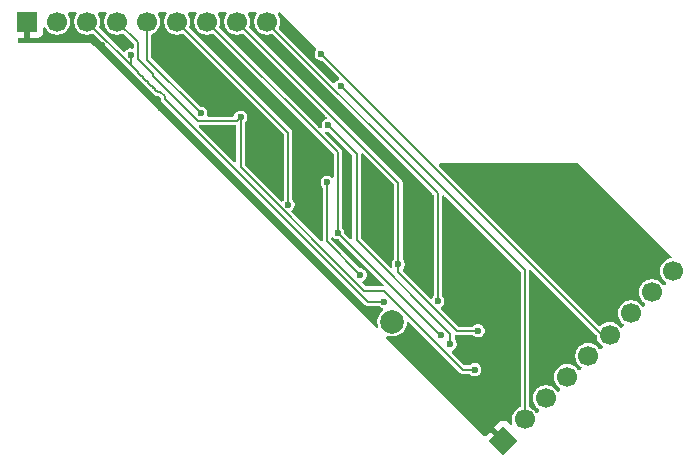
<source format=gbr>
%TF.GenerationSoftware,KiCad,Pcbnew,9.0.2*%
%TF.CreationDate,2025-07-19T22:24:43-05:00*%
%TF.ProjectId,XDS110 onboard prog breakout,58445331-3130-4206-9f6e-626f61726420,rev?*%
%TF.SameCoordinates,Original*%
%TF.FileFunction,Copper,L2,Bot*%
%TF.FilePolarity,Positive*%
%FSLAX46Y46*%
G04 Gerber Fmt 4.6, Leading zero omitted, Abs format (unit mm)*
G04 Created by KiCad (PCBNEW 9.0.2) date 2025-07-19 22:24:43*
%MOMM*%
%LPD*%
G01*
G04 APERTURE LIST*
G04 Aperture macros list*
%AMRotRect*
0 Rectangle, with rotation*
0 The origin of the aperture is its center*
0 $1 length*
0 $2 width*
0 $3 Rotation angle, in degrees counterclockwise*
0 Add horizontal line*
21,1,$1,$2,0,0,$3*%
G04 Aperture macros list end*
%TA.AperFunction,ComponentPad*%
%ADD10RotRect,1.700000X1.700000X135.000000*%
%TD*%
%TA.AperFunction,ComponentPad*%
%ADD11C,1.700000*%
%TD*%
%TA.AperFunction,ComponentPad*%
%ADD12C,2.000000*%
%TD*%
%TA.AperFunction,ComponentPad*%
%ADD13R,1.700000X1.700000*%
%TD*%
%TA.AperFunction,ViaPad*%
%ADD14C,0.600000*%
%TD*%
%TA.AperFunction,Conductor*%
%ADD15C,0.200000*%
%TD*%
G04 APERTURE END LIST*
D10*
%TO.P,J2,1,Pin_1*%
%TO.N,/XDS_GND*%
X127115800Y-129984200D03*
D11*
%TO.P,J2,2,Pin_2*%
%TO.N,/XDS_5v_supply*%
X128911851Y-128188149D03*
%TO.P,J2,3,Pin_3*%
%TO.N,/XDS_3v_supply*%
X130707902Y-126392098D03*
%TO.P,J2,4,Pin_4*%
%TO.N,/XDS_TXD*%
X132503954Y-124596046D03*
%TO.P,J2,5,Pin_5*%
%TO.N,/XDS_RXD*%
X134300005Y-122799995D03*
%TO.P,J2,6,Pin_6*%
%TO.N,/XDS_RESET_OUT*%
X136096056Y-121003944D03*
%TO.P,J2,7,Pin_7*%
%TO.N,/XDS_TMS_SWDIO*%
X137892107Y-119207893D03*
%TO.P,J2,8,Pin_8*%
%TO.N,/XDS_TCK_SWDCLK*%
X139688159Y-117411841D03*
%TO.P,J2,9,Pin_9*%
%TO.N,/XDS_BLS_INVOKE*%
X141484210Y-115615790D03*
%TD*%
D12*
%TO.P,TP16,1,1*%
%TO.N,Net-(D1-K)*%
X117700000Y-119900000D03*
%TD*%
D13*
%TO.P,J1,1,Pin_1*%
%TO.N,/XDS_GND*%
X86800000Y-94500000D03*
D11*
%TO.P,J1,2,Pin_2*%
%TO.N,/XDS_5v_supply*%
X89340000Y-94500000D03*
%TO.P,J1,3,Pin_3*%
%TO.N,/XDS_3v_supply*%
X91879999Y-94500000D03*
%TO.P,J1,4,Pin_4*%
%TO.N,/XDS_TXD*%
X94420000Y-94500000D03*
%TO.P,J1,5,Pin_5*%
%TO.N,/XDS_RXD*%
X96960000Y-94500000D03*
%TO.P,J1,6,Pin_6*%
%TO.N,/XDS_RESET_OUT*%
X99500000Y-94500000D03*
%TO.P,J1,7,Pin_7*%
%TO.N,/XDS_TMS_SWDIO*%
X102040000Y-94500000D03*
%TO.P,J1,8,Pin_8*%
%TO.N,/XDS_TCK_SWDCLK*%
X104580001Y-94500000D03*
%TO.P,J1,9,Pin_9*%
%TO.N,/XDS_BLS_INVOKE*%
X107120000Y-94500000D03*
%TD*%
D14*
%TO.N,/XDS_3v_supply*%
X95550200Y-97318900D03*
X117022900Y-118201100D03*
%TO.N,/XDS_5v_supply*%
X113318400Y-99950800D03*
%TO.N,Net-(D3-A)*%
X112175900Y-108122400D03*
X114995600Y-115933200D03*
%TO.N,/XDS_RESET_OUT*%
X108892900Y-109993900D03*
X111706900Y-97255600D03*
%TO.N,/XDS_TMS_SWDIO*%
X113086500Y-112367800D03*
X121788500Y-120993900D03*
%TO.N,/XDS_BLS_INVOKE*%
X121555000Y-118189100D03*
%TO.N,/XDS_TCK_SWDCLK*%
X124966300Y-120669800D03*
X118218300Y-115030800D03*
%TO.N,/XDS_RXD*%
X112262200Y-103264200D03*
X122621900Y-121810200D03*
X101499500Y-102258700D03*
%TO.N,/XDS_TXD*%
X104853400Y-102591600D03*
X124676500Y-123959400D03*
%TO.N,/XDS_GND*%
X105100000Y-96200000D03*
X139000000Y-114000000D03*
X130800000Y-118400000D03*
X113900000Y-106800000D03*
X109500000Y-100700000D03*
X127500000Y-119700000D03*
X135800000Y-116500000D03*
X126000000Y-107500000D03*
X132750000Y-122050000D03*
X101800000Y-98800000D03*
X107400000Y-98700000D03*
X122800000Y-115900000D03*
X114000000Y-117600000D03*
X98100000Y-101800000D03*
X109600000Y-108300000D03*
X120100000Y-112800000D03*
X112200000Y-98700000D03*
X102800000Y-96300000D03*
X110000000Y-96200000D03*
X132200000Y-120450000D03*
X106500000Y-105900000D03*
X94700000Y-96100000D03*
X98300000Y-95900000D03*
X88600000Y-95900000D03*
X103200000Y-100900000D03*
X124600000Y-122250000D03*
X107400000Y-96200000D03*
X107100000Y-100900000D03*
X121200000Y-123700000D03*
X127100000Y-123800000D03*
X126500000Y-117000000D03*
X135200000Y-118300000D03*
X116400000Y-109400000D03*
X127100000Y-125500000D03*
X93100000Y-96500000D03*
X105100000Y-98700000D03*
X131500000Y-113700000D03*
X130500000Y-123800000D03*
X110400000Y-104300000D03*
X110000000Y-98700000D03*
%TD*%
D15*
%TO.N,/XDS_3v_supply*%
X96628900Y-99248900D02*
X96628900Y-99213700D01*
X97368100Y-99952900D02*
X97332900Y-99952900D01*
X96171300Y-98791300D02*
X96171300Y-98756100D01*
X97262500Y-99847300D02*
X97227300Y-99847300D01*
X117022900Y-118201100D02*
X115616300Y-118201100D01*
X97051300Y-99636100D02*
X97016100Y-99636100D01*
X98055400Y-100445700D02*
X97825700Y-100445700D01*
X96840100Y-99460100D02*
X96840100Y-99424900D01*
X98443100Y-101027900D02*
X98443100Y-100833400D01*
X96417700Y-99037700D02*
X96417700Y-99002500D01*
X97016100Y-99636100D02*
X97016100Y-99600900D01*
X96699300Y-99284100D02*
X96664100Y-99284100D01*
X98443100Y-100833400D02*
X98055400Y-100445700D01*
X96241700Y-98826500D02*
X96206500Y-98826500D01*
X96100900Y-98720900D02*
X91880000Y-94500000D01*
X96276900Y-98861700D02*
X96241700Y-98861700D01*
X97121700Y-99741700D02*
X97121700Y-99706500D01*
X97649700Y-100234500D02*
X97614500Y-100234500D01*
X97332900Y-99952900D02*
X97332900Y-99917700D01*
X96523300Y-99143300D02*
X96523300Y-99108100D01*
X97051300Y-99671300D02*
X97051300Y-99636100D01*
X97825700Y-100445700D02*
X97825700Y-100410500D01*
X96558500Y-99178500D02*
X96558500Y-99143300D01*
X96699300Y-99319300D02*
X96699300Y-99284100D01*
X97755300Y-100375300D02*
X97755300Y-100340100D01*
X97614500Y-100199300D02*
X97579300Y-100199300D01*
X97473700Y-100058500D02*
X97438500Y-100058500D01*
X97508900Y-100128900D02*
X97508900Y-100093700D01*
X96945700Y-99565700D02*
X96945700Y-99530500D01*
X97544100Y-100164100D02*
X97544100Y-100128900D01*
X96734500Y-99319300D02*
X96699300Y-99319300D01*
X97614500Y-100234500D02*
X97614500Y-100199300D01*
X96804900Y-99389700D02*
X96769700Y-99389700D01*
X95550200Y-98135000D02*
X96100900Y-98685700D01*
X96452900Y-99037700D02*
X96417700Y-99037700D01*
X97086500Y-99706500D02*
X97086500Y-99671300D01*
X97720100Y-100304900D02*
X97684900Y-100304900D01*
X96593700Y-99178500D02*
X96558500Y-99178500D01*
X96875300Y-99495300D02*
X96875300Y-99460100D01*
X96840100Y-99424900D02*
X96804900Y-99424900D01*
X97262500Y-99882500D02*
X97262500Y-99847300D01*
X96417700Y-99002500D02*
X96382500Y-99002500D01*
X96276900Y-98896900D02*
X96276900Y-98861700D01*
X97403300Y-100023300D02*
X97403300Y-99988100D01*
X97720100Y-100340100D02*
X97720100Y-100304900D01*
X96664100Y-99248900D02*
X96628900Y-99248900D01*
X96769700Y-99389700D02*
X96769700Y-99354500D01*
X96382500Y-98967300D02*
X96347300Y-98967300D01*
X96382500Y-99002500D02*
X96382500Y-98967300D01*
X97684900Y-100304900D02*
X97684900Y-100269700D01*
X97192100Y-99776900D02*
X97156900Y-99776900D01*
X96804900Y-99424900D02*
X96804900Y-99389700D01*
X97156900Y-99741700D02*
X97121700Y-99741700D01*
X96980900Y-99600900D02*
X96980900Y-99565700D01*
X97297700Y-99917700D02*
X97297700Y-99882500D01*
X97156900Y-99776900D02*
X97156900Y-99741700D01*
X96206500Y-98791300D02*
X96171300Y-98791300D01*
X96593700Y-99213700D02*
X96593700Y-99178500D01*
X96347300Y-98967300D02*
X96347300Y-98932100D01*
X96347300Y-98932100D02*
X96312100Y-98932100D01*
X97192100Y-99812100D02*
X97192100Y-99776900D01*
X96769700Y-99354500D02*
X96734500Y-99354500D01*
X96452900Y-99072900D02*
X96452900Y-99037700D01*
X97684900Y-100269700D02*
X97649700Y-100269700D01*
X96734500Y-99354500D02*
X96734500Y-99319300D01*
X97016100Y-99600900D02*
X96980900Y-99600900D01*
X96312100Y-98896900D02*
X96276900Y-98896900D01*
X95550200Y-97318900D02*
X95550200Y-98135000D01*
X96488100Y-99072900D02*
X96452900Y-99072900D01*
X97544100Y-100128900D02*
X97508900Y-100128900D01*
X96312100Y-98932100D02*
X96312100Y-98896900D01*
X97227300Y-99812100D02*
X97192100Y-99812100D01*
X97086500Y-99671300D02*
X97051300Y-99671300D01*
X97473700Y-100093700D02*
X97473700Y-100058500D01*
X96136100Y-98756100D02*
X96136100Y-98720900D01*
X97825700Y-100410500D02*
X97790500Y-100410500D01*
X96910500Y-99530500D02*
X96910500Y-99495300D01*
X97227300Y-99847300D02*
X97227300Y-99812100D01*
X97649700Y-100269700D02*
X97649700Y-100234500D01*
X96875300Y-99460100D02*
X96840100Y-99460100D01*
X97508900Y-100093700D02*
X97473700Y-100093700D01*
X96136100Y-98720900D02*
X96100900Y-98720900D01*
X97297700Y-99882500D02*
X97262500Y-99882500D01*
X96100900Y-98685700D02*
X96100900Y-98720900D01*
X97121700Y-99706500D02*
X97086500Y-99706500D01*
X97368100Y-99988100D02*
X97368100Y-99952900D01*
X96558500Y-99143300D02*
X96523300Y-99143300D01*
X97790500Y-100410500D02*
X97790500Y-100375300D01*
X97755300Y-100340100D02*
X97720100Y-100340100D01*
X97790500Y-100375300D02*
X97755300Y-100375300D01*
X97438500Y-100058500D02*
X97438500Y-100023300D01*
X96945700Y-99530500D02*
X96910500Y-99530500D01*
X96910500Y-99495300D02*
X96875300Y-99495300D01*
X96523300Y-99108100D02*
X96488100Y-99108100D01*
X96628900Y-99213700D02*
X96593700Y-99213700D01*
X97579300Y-100164100D02*
X97544100Y-100164100D01*
X96488100Y-99108100D02*
X96488100Y-99072900D01*
X97403300Y-99988100D02*
X97368100Y-99988100D01*
X97579300Y-100199300D02*
X97579300Y-100164100D01*
X115616300Y-118201100D02*
X98443100Y-101027900D01*
X96241700Y-98861700D02*
X96241700Y-98826500D01*
X96171300Y-98756100D02*
X96136100Y-98756100D01*
X97438500Y-100023300D02*
X97403300Y-100023300D01*
X96206500Y-98826500D02*
X96206500Y-98791300D01*
X96664100Y-99284100D02*
X96664100Y-99248900D01*
X96980900Y-99565700D02*
X96945700Y-99565700D01*
X97332900Y-99917700D02*
X97297700Y-99917700D01*
%TO.N,/XDS_5v_supply*%
X128911900Y-128188100D02*
X128911900Y-115544300D01*
X128911900Y-115544300D02*
X113318400Y-99950800D01*
%TO.N,Net-(D3-A)*%
X112175900Y-113113500D02*
X114995600Y-115933200D01*
X112175900Y-108122400D02*
X112175900Y-113113500D01*
%TO.N,/XDS_RESET_OUT*%
X108892800Y-103892800D02*
X108892800Y-109993900D01*
X99500000Y-94500000D02*
X108892800Y-103892800D01*
X108892800Y-109993900D02*
X108892900Y-109993900D01*
X135455200Y-121003900D02*
X136096100Y-121003900D01*
X111706900Y-97255600D02*
X135455200Y-121003900D01*
%TO.N,/XDS_TMS_SWDIO*%
X113086700Y-112367600D02*
X113086500Y-112367800D01*
X113086700Y-112367600D02*
X121713000Y-120993900D01*
X113086700Y-105546700D02*
X113086700Y-112367600D01*
X121713000Y-120993900D02*
X121788500Y-120993900D01*
X102040000Y-94500000D02*
X113086700Y-105546700D01*
%TO.N,/XDS_BLS_INVOKE*%
X107120000Y-94604800D02*
X121555000Y-109039800D01*
X107120000Y-94500000D02*
X107120000Y-94604800D01*
X121555000Y-109039800D02*
X121555000Y-118189100D01*
%TO.N,/XDS_TCK_SWDCLK*%
X118218300Y-108138300D02*
X118218300Y-115030800D01*
X123151500Y-120669800D02*
X118218300Y-115736600D01*
X104580000Y-94500000D02*
X118218300Y-108138300D01*
X118218300Y-115736600D02*
X118218300Y-115030800D01*
X124966300Y-120669800D02*
X123151500Y-120669800D01*
%TO.N,/XDS_RXD*%
X101499500Y-102258700D02*
X96960000Y-97719200D01*
X114682000Y-105684000D02*
X112262200Y-103264200D01*
X122621900Y-120938200D02*
X114682000Y-112998300D01*
X122621900Y-121810200D02*
X122621900Y-120938200D01*
X96960000Y-97719200D02*
X96960000Y-94500000D01*
X114682000Y-112998300D02*
X114682000Y-105684000D01*
%TO.N,/XDS_TXD*%
X104557600Y-102887400D02*
X101233000Y-102887400D01*
X116997100Y-117278400D02*
X115326200Y-117278400D01*
X104853400Y-102591600D02*
X104557600Y-102887400D01*
X104853400Y-106805600D02*
X104853400Y-102591600D01*
X115326200Y-117278400D02*
X104853400Y-106805600D01*
X124676500Y-123959400D02*
X123678100Y-123959400D01*
X123678100Y-123959400D02*
X116997100Y-117278400D01*
X97451400Y-98935300D02*
X96173300Y-97657200D01*
X96173300Y-97657200D02*
X96173300Y-96253300D01*
X97451400Y-99105800D02*
X97451400Y-98935300D01*
X96173300Y-96253300D02*
X94420000Y-94500000D01*
X101233000Y-102887400D02*
X97451400Y-99105800D01*
%TD*%
%TA.AperFunction,Conductor*%
%TO.N,/XDS_GND*%
G36*
X122110703Y-109239231D02*
G01*
X122117181Y-109245263D01*
X128525081Y-115653163D01*
X128558566Y-115714486D01*
X128561400Y-115740844D01*
X128561400Y-127055605D01*
X128541715Y-127122644D01*
X128493695Y-127166090D01*
X128335062Y-127246917D01*
X128259598Y-127301746D01*
X128194923Y-127348735D01*
X128194921Y-127348737D01*
X128194920Y-127348737D01*
X128072439Y-127471218D01*
X128072439Y-127471219D01*
X128072437Y-127471221D01*
X128028710Y-127531405D01*
X127970619Y-127611360D01*
X127891979Y-127765701D01*
X127838448Y-127930451D01*
X127811351Y-128101538D01*
X127811351Y-128274759D01*
X127838448Y-128445846D01*
X127848172Y-128475773D01*
X127850167Y-128545614D01*
X127814087Y-128605447D01*
X127751386Y-128636275D01*
X127681972Y-128628310D01*
X127642560Y-128601772D01*
X127435532Y-128394744D01*
X127388897Y-128357164D01*
X127258118Y-128297438D01*
X127258113Y-128297437D01*
X127115800Y-128276977D01*
X126973486Y-128297437D01*
X126973481Y-128297438D01*
X126842702Y-128357164D01*
X126796067Y-128394744D01*
X126796063Y-128394748D01*
X126337983Y-128852829D01*
X126986391Y-129501237D01*
X126922807Y-129518275D01*
X126808793Y-129584101D01*
X126715701Y-129677193D01*
X126649875Y-129791207D01*
X126632837Y-129854791D01*
X125984429Y-129206383D01*
X125636994Y-129553818D01*
X125575671Y-129587303D01*
X125505979Y-129582319D01*
X125461632Y-129553818D01*
X117210013Y-121302199D01*
X117176528Y-121240876D01*
X117181512Y-121171184D01*
X117223384Y-121115251D01*
X117288848Y-121090834D01*
X117336011Y-121096586D01*
X117367198Y-121106720D01*
X117407173Y-121119709D01*
X117601578Y-121150500D01*
X117601583Y-121150500D01*
X117798422Y-121150500D01*
X117992826Y-121119709D01*
X118021765Y-121110306D01*
X118180025Y-121058884D01*
X118355405Y-120969524D01*
X118514646Y-120853828D01*
X118653828Y-120714646D01*
X118769524Y-120555405D01*
X118858884Y-120380025D01*
X118919709Y-120192826D01*
X118949474Y-120004893D01*
X118979403Y-119941759D01*
X119038714Y-119904827D01*
X119108577Y-119905825D01*
X119159628Y-119936610D01*
X123462888Y-124239870D01*
X123542812Y-124286014D01*
X123631956Y-124309900D01*
X123724244Y-124309900D01*
X124197114Y-124309900D01*
X124264153Y-124329585D01*
X124284795Y-124346219D01*
X124338485Y-124399909D01*
X124338486Y-124399910D01*
X124338488Y-124399911D01*
X124464011Y-124472382D01*
X124464012Y-124472382D01*
X124464015Y-124472384D01*
X124604025Y-124509900D01*
X124604028Y-124509900D01*
X124748972Y-124509900D01*
X124748975Y-124509900D01*
X124888985Y-124472384D01*
X125014515Y-124399909D01*
X125117009Y-124297415D01*
X125189484Y-124171885D01*
X125227000Y-124031875D01*
X125227000Y-123886925D01*
X125189484Y-123746915D01*
X125136309Y-123654814D01*
X125117011Y-123621388D01*
X125117006Y-123621382D01*
X125014517Y-123518893D01*
X125014511Y-123518888D01*
X124888988Y-123446417D01*
X124888989Y-123446417D01*
X124877506Y-123443340D01*
X124748975Y-123408900D01*
X124604025Y-123408900D01*
X124475493Y-123443340D01*
X124464011Y-123446417D01*
X124338488Y-123518888D01*
X124338482Y-123518893D01*
X124284795Y-123572581D01*
X124223472Y-123606066D01*
X124197114Y-123608900D01*
X123874644Y-123608900D01*
X123807605Y-123589215D01*
X123786963Y-123572581D01*
X122752159Y-122537777D01*
X122718674Y-122476454D01*
X122723658Y-122406762D01*
X122765530Y-122350829D01*
X122807743Y-122330322D01*
X122834385Y-122323184D01*
X122959915Y-122250709D01*
X123062409Y-122148215D01*
X123134884Y-122022685D01*
X123172400Y-121882675D01*
X123172400Y-121737725D01*
X123134884Y-121597715D01*
X123104102Y-121544400D01*
X123062411Y-121472188D01*
X123062406Y-121472182D01*
X123008719Y-121418495D01*
X122994015Y-121391567D01*
X122977423Y-121365749D01*
X122976531Y-121359548D01*
X122975234Y-121357172D01*
X122972400Y-121330814D01*
X122972400Y-121144190D01*
X122992085Y-121077151D01*
X123044889Y-121031396D01*
X123097229Y-121023579D01*
X123097229Y-121020300D01*
X123105356Y-121020300D01*
X124486914Y-121020300D01*
X124553953Y-121039985D01*
X124574595Y-121056619D01*
X124628285Y-121110309D01*
X124628286Y-121110310D01*
X124628288Y-121110311D01*
X124753811Y-121182782D01*
X124753812Y-121182782D01*
X124753815Y-121182784D01*
X124893825Y-121220300D01*
X124893828Y-121220300D01*
X125038772Y-121220300D01*
X125038775Y-121220300D01*
X125178785Y-121182784D01*
X125304315Y-121110309D01*
X125406809Y-121007815D01*
X125479284Y-120882285D01*
X125516800Y-120742275D01*
X125516800Y-120597325D01*
X125479284Y-120457315D01*
X125455733Y-120416524D01*
X125406811Y-120331788D01*
X125406806Y-120331782D01*
X125304317Y-120229293D01*
X125304311Y-120229288D01*
X125178788Y-120156817D01*
X125178789Y-120156817D01*
X125129272Y-120143549D01*
X125038775Y-120119300D01*
X124893825Y-120119300D01*
X124803328Y-120143549D01*
X124753811Y-120156817D01*
X124628288Y-120229288D01*
X124628282Y-120229293D01*
X124574595Y-120282981D01*
X124513272Y-120316466D01*
X124486914Y-120319300D01*
X123348043Y-120319300D01*
X123281004Y-120299615D01*
X123260362Y-120282981D01*
X121825951Y-118848569D01*
X121792466Y-118787246D01*
X121797450Y-118717554D01*
X121839322Y-118661621D01*
X121851621Y-118653507D01*
X121893015Y-118629609D01*
X121995509Y-118527115D01*
X122067984Y-118401585D01*
X122105500Y-118261575D01*
X122105500Y-118116625D01*
X122067984Y-117976615D01*
X122054872Y-117953905D01*
X121995511Y-117851088D01*
X121995506Y-117851082D01*
X121941819Y-117797395D01*
X121908334Y-117736072D01*
X121905500Y-117709714D01*
X121905500Y-109332944D01*
X121925185Y-109265905D01*
X121977989Y-109220150D01*
X122047147Y-109210206D01*
X122110703Y-109239231D01*
G37*
%TD.AperFunction*%
%TA.AperFunction,Conductor*%
G36*
X129467603Y-115512431D02*
G01*
X129474081Y-115518463D01*
X134959237Y-121003619D01*
X134992722Y-121064942D01*
X134994954Y-121085709D01*
X134995173Y-121085692D01*
X134995555Y-121090552D01*
X135022154Y-121258491D01*
X135022654Y-121261645D01*
X135076183Y-121426389D01*
X135154824Y-121580732D01*
X135256642Y-121720872D01*
X135379128Y-121843358D01*
X135475797Y-121913592D01*
X135487212Y-121928396D01*
X135502179Y-121939600D01*
X135508106Y-121955490D01*
X135518463Y-121968922D01*
X135520062Y-121987547D01*
X135526596Y-122005064D01*
X135522990Y-122021637D01*
X135524442Y-122038535D01*
X135515718Y-122055068D01*
X135511744Y-122073337D01*
X135492550Y-122098976D01*
X135491836Y-122100330D01*
X135490593Y-122101591D01*
X135397652Y-122194532D01*
X135336329Y-122228017D01*
X135266637Y-122223033D01*
X135210704Y-122181161D01*
X135209653Y-122179736D01*
X135152877Y-122101591D01*
X135139419Y-122083067D01*
X135016933Y-121960581D01*
X134876793Y-121858763D01*
X134722450Y-121780122D01*
X134557706Y-121726593D01*
X134557704Y-121726592D01*
X134557703Y-121726592D01*
X134426276Y-121705776D01*
X134386616Y-121699495D01*
X134213394Y-121699495D01*
X134173733Y-121705776D01*
X134042307Y-121726592D01*
X133877557Y-121780123D01*
X133723216Y-121858763D01*
X133647752Y-121913592D01*
X133583077Y-121960581D01*
X133583075Y-121960583D01*
X133583074Y-121960583D01*
X133460593Y-122083064D01*
X133460593Y-122083065D01*
X133460591Y-122083067D01*
X133416864Y-122143251D01*
X133358773Y-122223206D01*
X133280133Y-122377547D01*
X133226602Y-122542297D01*
X133199505Y-122713384D01*
X133199505Y-122886606D01*
X133226603Y-123057696D01*
X133280132Y-123222440D01*
X133358773Y-123376783D01*
X133460591Y-123516923D01*
X133583077Y-123639409D01*
X133679746Y-123709643D01*
X133691161Y-123724447D01*
X133706128Y-123735651D01*
X133712055Y-123751541D01*
X133722412Y-123764973D01*
X133724011Y-123783598D01*
X133730545Y-123801115D01*
X133726939Y-123817688D01*
X133728391Y-123834586D01*
X133719667Y-123851119D01*
X133715693Y-123869388D01*
X133696499Y-123895027D01*
X133695785Y-123896381D01*
X133694542Y-123897642D01*
X133601601Y-123990583D01*
X133540278Y-124024068D01*
X133470586Y-124019084D01*
X133414653Y-123977212D01*
X133413602Y-123975787D01*
X133356826Y-123897642D01*
X133343368Y-123879118D01*
X133220882Y-123756632D01*
X133080742Y-123654814D01*
X132926399Y-123576173D01*
X132761655Y-123522644D01*
X132761653Y-123522643D01*
X132761652Y-123522643D01*
X132630225Y-123501827D01*
X132590565Y-123495546D01*
X132417343Y-123495546D01*
X132377682Y-123501827D01*
X132246256Y-123522643D01*
X132081506Y-123576174D01*
X131927165Y-123654814D01*
X131851701Y-123709643D01*
X131787026Y-123756632D01*
X131787024Y-123756634D01*
X131787023Y-123756634D01*
X131664542Y-123879115D01*
X131664542Y-123879116D01*
X131664540Y-123879118D01*
X131620813Y-123939302D01*
X131562722Y-124019257D01*
X131484082Y-124173598D01*
X131430551Y-124338348D01*
X131420801Y-124399909D01*
X131403454Y-124509435D01*
X131403454Y-124682657D01*
X131430552Y-124853747D01*
X131484081Y-125018491D01*
X131562722Y-125172834D01*
X131664540Y-125312974D01*
X131787026Y-125435460D01*
X131883695Y-125505694D01*
X131895110Y-125520498D01*
X131910077Y-125531702D01*
X131916004Y-125547592D01*
X131926361Y-125561024D01*
X131927960Y-125579649D01*
X131934494Y-125597166D01*
X131930888Y-125613739D01*
X131932340Y-125630637D01*
X131923616Y-125647170D01*
X131919642Y-125665439D01*
X131900448Y-125691078D01*
X131899734Y-125692432D01*
X131898491Y-125693693D01*
X131805549Y-125786635D01*
X131744226Y-125820120D01*
X131674534Y-125815136D01*
X131618601Y-125773264D01*
X131617550Y-125771839D01*
X131559857Y-125692432D01*
X131547316Y-125675170D01*
X131424830Y-125552684D01*
X131284690Y-125450866D01*
X131130347Y-125372225D01*
X130965603Y-125318696D01*
X130965601Y-125318695D01*
X130965600Y-125318695D01*
X130834173Y-125297879D01*
X130794513Y-125291598D01*
X130621291Y-125291598D01*
X130581630Y-125297879D01*
X130450204Y-125318695D01*
X130285454Y-125372226D01*
X130131113Y-125450866D01*
X130055650Y-125505694D01*
X129990974Y-125552684D01*
X129990972Y-125552686D01*
X129990971Y-125552686D01*
X129868490Y-125675167D01*
X129868490Y-125675168D01*
X129868488Y-125675170D01*
X129824761Y-125735354D01*
X129766670Y-125815309D01*
X129688030Y-125969650D01*
X129634499Y-126134400D01*
X129607402Y-126305487D01*
X129607402Y-126478709D01*
X129634500Y-126649799D01*
X129688029Y-126814543D01*
X129766670Y-126968886D01*
X129868488Y-127109026D01*
X129990974Y-127231512D01*
X130087643Y-127301746D01*
X130099058Y-127316550D01*
X130114025Y-127327754D01*
X130119952Y-127343644D01*
X130130309Y-127357076D01*
X130131908Y-127375701D01*
X130138442Y-127393218D01*
X130134836Y-127409791D01*
X130136288Y-127426689D01*
X130127564Y-127443222D01*
X130123590Y-127461491D01*
X130104396Y-127487130D01*
X130103682Y-127488484D01*
X130102439Y-127489745D01*
X130009498Y-127582686D01*
X129948175Y-127616171D01*
X129878483Y-127611187D01*
X129822550Y-127569315D01*
X129821499Y-127567890D01*
X129764723Y-127489745D01*
X129751265Y-127471221D01*
X129628779Y-127348735D01*
X129488639Y-127246917D01*
X129458399Y-127231509D01*
X129330105Y-127166140D01*
X129279309Y-127118165D01*
X129262400Y-127055655D01*
X129262400Y-115606144D01*
X129282085Y-115539105D01*
X129334889Y-115493350D01*
X129404047Y-115483406D01*
X129467603Y-115512431D01*
G37*
%TD.AperFunction*%
%TA.AperFunction,Conductor*%
G36*
X133508363Y-106520185D02*
G01*
X133529005Y-106536819D01*
X141320368Y-114328182D01*
X141353853Y-114389505D01*
X141348869Y-114459197D01*
X141306997Y-114515130D01*
X141252089Y-114538336D01*
X141226509Y-114542388D01*
X141061762Y-114595918D01*
X140907421Y-114674558D01*
X140827466Y-114732649D01*
X140767282Y-114776376D01*
X140767280Y-114776378D01*
X140767279Y-114776378D01*
X140644798Y-114898859D01*
X140644798Y-114898860D01*
X140644796Y-114898862D01*
X140601593Y-114958325D01*
X140542978Y-115039001D01*
X140464338Y-115193342D01*
X140410807Y-115358092D01*
X140386718Y-115510186D01*
X140383710Y-115529179D01*
X140383710Y-115702401D01*
X140410808Y-115873491D01*
X140464337Y-116038235D01*
X140542978Y-116192578D01*
X140644796Y-116332718D01*
X140767282Y-116455204D01*
X140863951Y-116525438D01*
X140875366Y-116540242D01*
X140890333Y-116551446D01*
X140896260Y-116567336D01*
X140906617Y-116580768D01*
X140908216Y-116599393D01*
X140914750Y-116616910D01*
X140911144Y-116633483D01*
X140912596Y-116650381D01*
X140903872Y-116666914D01*
X140899898Y-116685183D01*
X140880704Y-116710822D01*
X140879990Y-116712176D01*
X140878747Y-116713437D01*
X140785806Y-116806378D01*
X140724483Y-116839863D01*
X140654791Y-116834879D01*
X140598858Y-116793007D01*
X140597807Y-116791582D01*
X140587606Y-116777542D01*
X140527573Y-116694913D01*
X140405087Y-116572427D01*
X140264947Y-116470609D01*
X140110604Y-116391968D01*
X139945860Y-116338439D01*
X139945858Y-116338438D01*
X139945857Y-116338438D01*
X139814430Y-116317622D01*
X139774770Y-116311341D01*
X139601548Y-116311341D01*
X139561887Y-116317622D01*
X139430461Y-116338438D01*
X139265711Y-116391969D01*
X139111370Y-116470609D01*
X139058002Y-116509384D01*
X138971231Y-116572427D01*
X138971229Y-116572429D01*
X138971228Y-116572429D01*
X138848747Y-116694910D01*
X138848747Y-116694911D01*
X138848745Y-116694913D01*
X138805018Y-116755097D01*
X138746927Y-116835052D01*
X138668287Y-116989393D01*
X138614756Y-117154143D01*
X138587659Y-117325230D01*
X138587659Y-117498451D01*
X138614327Y-117666831D01*
X138614757Y-117669542D01*
X138668286Y-117834286D01*
X138746927Y-117988629D01*
X138848745Y-118128769D01*
X138971231Y-118251255D01*
X139067900Y-118321489D01*
X139079315Y-118336293D01*
X139094282Y-118347497D01*
X139100209Y-118363387D01*
X139110566Y-118376819D01*
X139112165Y-118395444D01*
X139118699Y-118412961D01*
X139115093Y-118429534D01*
X139116545Y-118446432D01*
X139107821Y-118462965D01*
X139103847Y-118481234D01*
X139084653Y-118506873D01*
X139083939Y-118508227D01*
X139082696Y-118509488D01*
X138989754Y-118602430D01*
X138928431Y-118635915D01*
X138858739Y-118630931D01*
X138802806Y-118589059D01*
X138801755Y-118587634D01*
X138758218Y-118527711D01*
X138731521Y-118490965D01*
X138609035Y-118368479D01*
X138468895Y-118266661D01*
X138314552Y-118188020D01*
X138149808Y-118134491D01*
X138149806Y-118134490D01*
X138149805Y-118134490D01*
X138018378Y-118113674D01*
X137978718Y-118107393D01*
X137805496Y-118107393D01*
X137765835Y-118113674D01*
X137634409Y-118134490D01*
X137469659Y-118188021D01*
X137315318Y-118266661D01*
X137239855Y-118321489D01*
X137175179Y-118368479D01*
X137175177Y-118368481D01*
X137175176Y-118368481D01*
X137052695Y-118490962D01*
X137052695Y-118490963D01*
X137052693Y-118490965D01*
X137025995Y-118527712D01*
X136950875Y-118631104D01*
X136872235Y-118785445D01*
X136818704Y-118950195D01*
X136791607Y-119121282D01*
X136791607Y-119294503D01*
X136811479Y-119419975D01*
X136818705Y-119465594D01*
X136872234Y-119630338D01*
X136950875Y-119784681D01*
X137052693Y-119924821D01*
X137175179Y-120047307D01*
X137271848Y-120117541D01*
X137283263Y-120132345D01*
X137298230Y-120143549D01*
X137304157Y-120159439D01*
X137314514Y-120172871D01*
X137316113Y-120191496D01*
X137322647Y-120209013D01*
X137319041Y-120225586D01*
X137320493Y-120242484D01*
X137311769Y-120259017D01*
X137307795Y-120277286D01*
X137288601Y-120302925D01*
X137287887Y-120304279D01*
X137286644Y-120305540D01*
X137193703Y-120398481D01*
X137132380Y-120431966D01*
X137062688Y-120426982D01*
X137006755Y-120385110D01*
X137005704Y-120383685D01*
X136967996Y-120331785D01*
X136935470Y-120287016D01*
X136812984Y-120164530D01*
X136672844Y-120062712D01*
X136518501Y-119984071D01*
X136353757Y-119930542D01*
X136353755Y-119930541D01*
X136353754Y-119930541D01*
X136222327Y-119909725D01*
X136182667Y-119903444D01*
X136009445Y-119903444D01*
X135969784Y-119909725D01*
X135838358Y-119930541D01*
X135673608Y-119984072D01*
X135519267Y-120062712D01*
X135443803Y-120117541D01*
X135379128Y-120164530D01*
X135379126Y-120164532D01*
X135379124Y-120164533D01*
X135332998Y-120210658D01*
X135271675Y-120244142D01*
X135201983Y-120239156D01*
X135157638Y-120210656D01*
X121659163Y-106712181D01*
X121625678Y-106650858D01*
X121630662Y-106581166D01*
X121672534Y-106525233D01*
X121737998Y-106500816D01*
X121746844Y-106500500D01*
X133441324Y-106500500D01*
X133508363Y-106520185D01*
G37*
%TD.AperFunction*%
%TA.AperFunction,Conductor*%
G36*
X90924252Y-93720185D02*
G01*
X90970007Y-93772989D01*
X90979951Y-93842147D01*
X90957531Y-93897386D01*
X90938767Y-93923211D01*
X90860127Y-94077552D01*
X90806596Y-94242302D01*
X90796348Y-94307007D01*
X90779499Y-94413389D01*
X90779499Y-94586611D01*
X90806597Y-94757701D01*
X90860126Y-94922445D01*
X90938767Y-95076788D01*
X91040585Y-95216928D01*
X91163071Y-95339414D01*
X91303211Y-95441232D01*
X91457554Y-95519873D01*
X91622298Y-95573402D01*
X91793388Y-95600500D01*
X91793389Y-95600500D01*
X91966609Y-95600500D01*
X91966610Y-95600500D01*
X92137700Y-95573402D01*
X92302444Y-95519873D01*
X92302453Y-95519868D01*
X92306969Y-95518401D01*
X92376810Y-95516406D01*
X92432969Y-95548651D01*
X95892753Y-99008435D01*
X95892759Y-99008440D01*
X95926031Y-99041712D01*
X95961231Y-99076912D01*
X95996431Y-99112112D01*
X96031631Y-99147312D01*
X96066831Y-99182512D01*
X96102031Y-99217712D01*
X96137231Y-99252912D01*
X96172431Y-99288112D01*
X96207631Y-99323312D01*
X96242831Y-99358512D01*
X96278031Y-99393712D01*
X96313231Y-99428912D01*
X96348431Y-99464112D01*
X96383631Y-99499312D01*
X96418831Y-99534512D01*
X96454031Y-99569712D01*
X96489231Y-99604912D01*
X96524431Y-99640112D01*
X96559631Y-99675312D01*
X96594831Y-99710512D01*
X96630031Y-99745712D01*
X96665231Y-99780912D01*
X96700431Y-99816112D01*
X96735631Y-99851312D01*
X96770831Y-99886512D01*
X96806031Y-99921712D01*
X96841231Y-99956912D01*
X96876431Y-99992112D01*
X96911631Y-100027312D01*
X96946831Y-100062512D01*
X96982031Y-100097712D01*
X97017231Y-100132912D01*
X97052431Y-100168112D01*
X97087631Y-100203312D01*
X97122831Y-100238512D01*
X97158031Y-100273712D01*
X97193231Y-100308912D01*
X97228431Y-100344112D01*
X97263631Y-100379312D01*
X97298831Y-100414512D01*
X97334031Y-100449712D01*
X97369231Y-100484912D01*
X97404431Y-100520112D01*
X97439631Y-100555312D01*
X97474831Y-100590512D01*
X97510031Y-100625712D01*
X97545231Y-100660912D01*
X97610488Y-100726169D01*
X97610491Y-100726170D01*
X97610494Y-100726173D01*
X97690406Y-100772311D01*
X97690407Y-100772311D01*
X97690412Y-100772314D01*
X97779556Y-100796200D01*
X97858856Y-100796200D01*
X97888296Y-100804844D01*
X97918283Y-100811368D01*
X97923298Y-100815122D01*
X97925895Y-100815885D01*
X97946537Y-100832519D01*
X98056281Y-100942263D01*
X98089766Y-101003586D01*
X98092600Y-101029944D01*
X98092600Y-101074044D01*
X98115636Y-101160014D01*
X98115641Y-101160033D01*
X98116485Y-101163187D01*
X98116486Y-101163189D01*
X98162627Y-101243108D01*
X98162629Y-101243111D01*
X98162630Y-101243112D01*
X115335831Y-118416312D01*
X115401088Y-118481569D01*
X115401091Y-118481570D01*
X115401094Y-118481573D01*
X115481006Y-118527711D01*
X115481007Y-118527711D01*
X115481012Y-118527714D01*
X115570156Y-118551600D01*
X116543514Y-118551600D01*
X116610553Y-118571285D01*
X116631195Y-118587919D01*
X116684885Y-118641609D01*
X116684886Y-118641610D01*
X116684888Y-118641611D01*
X116810411Y-118714082D01*
X116810412Y-118714082D01*
X116810415Y-118714084D01*
X116847425Y-118724001D01*
X116907084Y-118760365D01*
X116937613Y-118823212D01*
X116929318Y-118892588D01*
X116888220Y-118944089D01*
X116886051Y-118945665D01*
X116885351Y-118946174D01*
X116746174Y-119085351D01*
X116746174Y-119085352D01*
X116746172Y-119085354D01*
X116720069Y-119121282D01*
X116630476Y-119244594D01*
X116541117Y-119419970D01*
X116480290Y-119607173D01*
X116449500Y-119801577D01*
X116449500Y-119998422D01*
X116480291Y-120192827D01*
X116480291Y-120192830D01*
X116503412Y-120263987D01*
X116505407Y-120333828D01*
X116469327Y-120393661D01*
X116406626Y-120424489D01*
X116337212Y-120416524D01*
X116297800Y-120389986D01*
X92307316Y-96399502D01*
X92307314Y-96399500D01*
X92242645Y-96362163D01*
X92193187Y-96333608D01*
X92129539Y-96316554D01*
X92065892Y-96299500D01*
X92065891Y-96299500D01*
X86124500Y-96299500D01*
X86115814Y-96296949D01*
X86106853Y-96298238D01*
X86082812Y-96287259D01*
X86057461Y-96279815D01*
X86051533Y-96272974D01*
X86043297Y-96269213D01*
X86029007Y-96246978D01*
X86011706Y-96227011D01*
X86009418Y-96216496D01*
X86005523Y-96210435D01*
X86000500Y-96175500D01*
X86000500Y-95974000D01*
X86020185Y-95906961D01*
X86072989Y-95861206D01*
X86124500Y-95850000D01*
X86550000Y-95850000D01*
X86550000Y-94933012D01*
X86607007Y-94965925D01*
X86734174Y-95000000D01*
X86865826Y-95000000D01*
X86992993Y-94965925D01*
X87050000Y-94933012D01*
X87050000Y-95850000D01*
X87697828Y-95850000D01*
X87697844Y-95849999D01*
X87757372Y-95843598D01*
X87757379Y-95843596D01*
X87892086Y-95793354D01*
X87892093Y-95793350D01*
X88007187Y-95707190D01*
X88007190Y-95707187D01*
X88093350Y-95592093D01*
X88093354Y-95592086D01*
X88143596Y-95457379D01*
X88143598Y-95457372D01*
X88149999Y-95397844D01*
X88150000Y-95397827D01*
X88150000Y-95105050D01*
X88169685Y-95038011D01*
X88222489Y-94992256D01*
X88291647Y-94982312D01*
X88355203Y-95011337D01*
X88384485Y-95048756D01*
X88398766Y-95076786D01*
X88429357Y-95118890D01*
X88500586Y-95216928D01*
X88623072Y-95339414D01*
X88763212Y-95441232D01*
X88917555Y-95519873D01*
X89082299Y-95573402D01*
X89253389Y-95600500D01*
X89253390Y-95600500D01*
X89426610Y-95600500D01*
X89426611Y-95600500D01*
X89597701Y-95573402D01*
X89762445Y-95519873D01*
X89916788Y-95441232D01*
X90056928Y-95339414D01*
X90179414Y-95216928D01*
X90281232Y-95076788D01*
X90359873Y-94922445D01*
X90413402Y-94757701D01*
X90440500Y-94586611D01*
X90440500Y-94413389D01*
X90413402Y-94242299D01*
X90359873Y-94077555D01*
X90281232Y-93923212D01*
X90262467Y-93897385D01*
X90238988Y-93831580D01*
X90254813Y-93763526D01*
X90304919Y-93714831D01*
X90362786Y-93700500D01*
X90857213Y-93700500D01*
X90924252Y-93720185D01*
G37*
%TD.AperFunction*%
%TA.AperFunction,Conductor*%
G36*
X106164253Y-93720185D02*
G01*
X106210008Y-93772989D01*
X106219952Y-93842147D01*
X106197532Y-93897386D01*
X106178768Y-93923211D01*
X106100128Y-94077552D01*
X106046597Y-94242302D01*
X106036349Y-94307007D01*
X106019500Y-94413389D01*
X106019500Y-94586611D01*
X106046598Y-94757701D01*
X106100127Y-94922445D01*
X106178768Y-95076788D01*
X106280586Y-95216928D01*
X106403072Y-95339414D01*
X106543212Y-95441232D01*
X106697555Y-95519873D01*
X106862299Y-95573402D01*
X107033389Y-95600500D01*
X107033390Y-95600500D01*
X107206610Y-95600500D01*
X107206611Y-95600500D01*
X107377701Y-95573402D01*
X107467871Y-95544102D01*
X107537710Y-95542106D01*
X107593870Y-95574352D01*
X121168181Y-109148663D01*
X121201666Y-109209986D01*
X121204500Y-109236344D01*
X121204500Y-117709714D01*
X121197659Y-117733009D01*
X121195066Y-117757155D01*
X121187044Y-117769161D01*
X121184815Y-117776753D01*
X121177059Y-117787511D01*
X121172887Y-117792688D01*
X121114491Y-117851085D01*
X121085798Y-117900781D01*
X121079770Y-117908264D01*
X121058645Y-117922934D01*
X121040029Y-117940684D01*
X121030418Y-117942535D01*
X121022382Y-117948117D01*
X120996680Y-117949037D01*
X120971422Y-117953905D01*
X120962336Y-117950267D01*
X120952557Y-117950618D01*
X120930434Y-117937495D01*
X120906558Y-117927936D01*
X120895530Y-117918148D01*
X118605119Y-115627737D01*
X118571634Y-115566414D01*
X118568800Y-115540056D01*
X118568800Y-115510186D01*
X118588485Y-115443147D01*
X118605119Y-115422505D01*
X118618612Y-115409012D01*
X118658809Y-115368815D01*
X118731284Y-115243285D01*
X118768800Y-115103275D01*
X118768800Y-114958325D01*
X118731284Y-114818315D01*
X118707070Y-114776376D01*
X118658811Y-114692788D01*
X118658806Y-114692782D01*
X118605119Y-114639095D01*
X118571634Y-114577772D01*
X118568800Y-114551414D01*
X118568800Y-108092158D01*
X118568800Y-108092156D01*
X118544914Y-108003012D01*
X118535734Y-107987112D01*
X118498770Y-107923088D01*
X105628651Y-95052969D01*
X105595167Y-94991647D01*
X105598402Y-94926970D01*
X105599869Y-94922454D01*
X105599874Y-94922445D01*
X105653403Y-94757701D01*
X105680501Y-94586611D01*
X105680501Y-94413389D01*
X105653403Y-94242299D01*
X105599874Y-94077555D01*
X105521233Y-93923212D01*
X105502468Y-93897385D01*
X105478989Y-93831580D01*
X105494814Y-93763526D01*
X105544920Y-93714831D01*
X105602787Y-93700500D01*
X106097214Y-93700500D01*
X106164253Y-93720185D01*
G37*
%TD.AperFunction*%
%TA.AperFunction,Conductor*%
G36*
X101084253Y-93720185D02*
G01*
X101130008Y-93772989D01*
X101139952Y-93842147D01*
X101117532Y-93897386D01*
X101098768Y-93923211D01*
X101020128Y-94077552D01*
X100966597Y-94242302D01*
X100956349Y-94307007D01*
X100939500Y-94413389D01*
X100939500Y-94586611D01*
X100966598Y-94757701D01*
X101020127Y-94922445D01*
X101098768Y-95076788D01*
X101200586Y-95216928D01*
X101323072Y-95339414D01*
X101463212Y-95441232D01*
X101617555Y-95519873D01*
X101782299Y-95573402D01*
X101953389Y-95600500D01*
X101953390Y-95600500D01*
X102126610Y-95600500D01*
X102126611Y-95600500D01*
X102297701Y-95573402D01*
X102462445Y-95519873D01*
X102462447Y-95519871D01*
X102466971Y-95518402D01*
X102536812Y-95516407D01*
X102592970Y-95548652D01*
X112699881Y-105655563D01*
X112733366Y-105716886D01*
X112736200Y-105743244D01*
X112736200Y-107604814D01*
X112716515Y-107671853D01*
X112663711Y-107717608D01*
X112594553Y-107727552D01*
X112530997Y-107698527D01*
X112524519Y-107692495D01*
X112513917Y-107681893D01*
X112513911Y-107681888D01*
X112388388Y-107609417D01*
X112388389Y-107609417D01*
X112371210Y-107604814D01*
X112248375Y-107571900D01*
X112103425Y-107571900D01*
X111980590Y-107604814D01*
X111963411Y-107609417D01*
X111837888Y-107681888D01*
X111837882Y-107681893D01*
X111735393Y-107784382D01*
X111735388Y-107784388D01*
X111662917Y-107909911D01*
X111662916Y-107909915D01*
X111625400Y-108049925D01*
X111625400Y-108194875D01*
X111662905Y-108334844D01*
X111662917Y-108334888D01*
X111735388Y-108460411D01*
X111735393Y-108460417D01*
X111789081Y-108514105D01*
X111822566Y-108575428D01*
X111825400Y-108601786D01*
X111825400Y-112982556D01*
X111805715Y-113049595D01*
X111752911Y-113095350D01*
X111683753Y-113105294D01*
X111620197Y-113076269D01*
X111613719Y-113070237D01*
X109184772Y-110641290D01*
X109151287Y-110579967D01*
X109156271Y-110510275D01*
X109198143Y-110454342D01*
X109210447Y-110446225D01*
X109230915Y-110434409D01*
X109333409Y-110331915D01*
X109405884Y-110206385D01*
X109443400Y-110066375D01*
X109443400Y-109921425D01*
X109405884Y-109781415D01*
X109378217Y-109733495D01*
X109333411Y-109655888D01*
X109333406Y-109655882D01*
X109279619Y-109602095D01*
X109246134Y-109540772D01*
X109243300Y-109514414D01*
X109243300Y-103846658D01*
X109243300Y-103846656D01*
X109219414Y-103757512D01*
X109188928Y-103704709D01*
X109173270Y-103677588D01*
X100548651Y-95052969D01*
X100515167Y-94991647D01*
X100518402Y-94926971D01*
X100519873Y-94922444D01*
X100573402Y-94757701D01*
X100600500Y-94586611D01*
X100600500Y-94413389D01*
X100573402Y-94242299D01*
X100519873Y-94077555D01*
X100441232Y-93923212D01*
X100422467Y-93897385D01*
X100398988Y-93831580D01*
X100414813Y-93763526D01*
X100464919Y-93714831D01*
X100522786Y-93700500D01*
X101017214Y-93700500D01*
X101084253Y-93720185D01*
G37*
%TD.AperFunction*%
%TA.AperFunction,Conductor*%
G36*
X98544253Y-93720185D02*
G01*
X98590008Y-93772989D01*
X98599952Y-93842147D01*
X98577532Y-93897386D01*
X98558768Y-93923211D01*
X98480128Y-94077552D01*
X98426597Y-94242302D01*
X98416349Y-94307007D01*
X98399500Y-94413389D01*
X98399500Y-94586611D01*
X98426598Y-94757701D01*
X98480127Y-94922445D01*
X98558768Y-95076788D01*
X98660586Y-95216928D01*
X98783072Y-95339414D01*
X98923212Y-95441232D01*
X99077555Y-95519873D01*
X99242299Y-95573402D01*
X99413389Y-95600500D01*
X99413390Y-95600500D01*
X99586610Y-95600500D01*
X99586611Y-95600500D01*
X99757701Y-95573402D01*
X99922445Y-95519873D01*
X99922447Y-95519871D01*
X99926971Y-95518402D01*
X99996812Y-95516407D01*
X100052970Y-95548652D01*
X108505981Y-104001663D01*
X108539466Y-104062986D01*
X108542300Y-104089344D01*
X108542300Y-109514614D01*
X108534982Y-109539534D01*
X108531480Y-109565273D01*
X108524411Y-109575536D01*
X108522615Y-109581653D01*
X108512623Y-109595108D01*
X108509450Y-109598825D01*
X108452391Y-109655885D01*
X108434893Y-109686191D01*
X108427513Y-109694840D01*
X108407396Y-109707982D01*
X108390007Y-109724563D01*
X108378678Y-109726746D01*
X108369021Y-109733056D01*
X108344994Y-109733237D01*
X108321400Y-109737784D01*
X108310689Y-109733495D01*
X108299153Y-109733583D01*
X108278842Y-109720745D01*
X108256536Y-109711815D01*
X108245509Y-109702027D01*
X105240219Y-106696737D01*
X105206734Y-106635414D01*
X105203900Y-106609056D01*
X105203900Y-103070986D01*
X105223585Y-103003947D01*
X105240219Y-102983305D01*
X105293909Y-102929615D01*
X105366384Y-102804085D01*
X105403900Y-102664075D01*
X105403900Y-102519125D01*
X105366384Y-102379115D01*
X105293909Y-102253585D01*
X105191415Y-102151091D01*
X105191413Y-102151090D01*
X105191411Y-102151088D01*
X105065888Y-102078617D01*
X105065889Y-102078617D01*
X105054406Y-102075540D01*
X104925875Y-102041100D01*
X104780925Y-102041100D01*
X104652393Y-102075540D01*
X104640911Y-102078617D01*
X104515388Y-102151088D01*
X104515382Y-102151093D01*
X104412893Y-102253582D01*
X104412888Y-102253588D01*
X104340417Y-102379111D01*
X104322764Y-102444994D01*
X104286398Y-102504654D01*
X104223551Y-102535183D01*
X104202989Y-102536900D01*
X102156476Y-102536900D01*
X102089437Y-102517215D01*
X102043682Y-102464411D01*
X102033738Y-102395253D01*
X102036701Y-102380807D01*
X102037155Y-102379111D01*
X102050000Y-102331175D01*
X102050000Y-102186225D01*
X102012484Y-102046215D01*
X101940009Y-101920685D01*
X101837515Y-101818191D01*
X101837513Y-101818190D01*
X101837511Y-101818188D01*
X101711988Y-101745717D01*
X101711989Y-101745717D01*
X101700506Y-101742640D01*
X101571975Y-101708200D01*
X101571972Y-101708200D01*
X101496044Y-101708200D01*
X101429005Y-101688515D01*
X101408363Y-101671881D01*
X97346819Y-97610337D01*
X97313334Y-97549014D01*
X97310500Y-97522656D01*
X97310500Y-95632518D01*
X97330185Y-95565479D01*
X97378206Y-95522033D01*
X97536786Y-95441233D01*
X97536785Y-95441233D01*
X97536788Y-95441232D01*
X97676928Y-95339414D01*
X97799414Y-95216928D01*
X97901232Y-95076788D01*
X97979873Y-94922445D01*
X98033402Y-94757701D01*
X98060500Y-94586611D01*
X98060500Y-94413389D01*
X98033402Y-94242299D01*
X97979873Y-94077555D01*
X97901232Y-93923212D01*
X97882467Y-93897385D01*
X97858988Y-93831580D01*
X97874813Y-93763526D01*
X97924919Y-93714831D01*
X97982786Y-93700500D01*
X98477214Y-93700500D01*
X98544253Y-93720185D01*
G37*
%TD.AperFunction*%
%TA.AperFunction,Conductor*%
G36*
X103624254Y-93720185D02*
G01*
X103670009Y-93772989D01*
X103679953Y-93842147D01*
X103657533Y-93897386D01*
X103638769Y-93923211D01*
X103560129Y-94077552D01*
X103506598Y-94242302D01*
X103496350Y-94307007D01*
X103479501Y-94413389D01*
X103479501Y-94586611D01*
X103506599Y-94757701D01*
X103560128Y-94922445D01*
X103638769Y-95076788D01*
X103740587Y-95216928D01*
X103863073Y-95339414D01*
X104003213Y-95441232D01*
X104157556Y-95519873D01*
X104322300Y-95573402D01*
X104493390Y-95600500D01*
X104493391Y-95600500D01*
X104666611Y-95600500D01*
X104666612Y-95600500D01*
X104837702Y-95573402D01*
X105002446Y-95519873D01*
X105002451Y-95519870D01*
X105006970Y-95518402D01*
X105076812Y-95516407D01*
X105132970Y-95548652D01*
X112123265Y-102538947D01*
X112156750Y-102600270D01*
X112151766Y-102669962D01*
X112109894Y-102725895D01*
X112067679Y-102746402D01*
X112049716Y-102751215D01*
X112049711Y-102751217D01*
X111924188Y-102823688D01*
X111924182Y-102823693D01*
X111821693Y-102926182D01*
X111821688Y-102926188D01*
X111749217Y-103051711D01*
X111749216Y-103051715D01*
X111711700Y-103191725D01*
X111711700Y-103191727D01*
X111711700Y-103336674D01*
X111716134Y-103353222D01*
X111714471Y-103423072D01*
X111675308Y-103480934D01*
X111611079Y-103508438D01*
X111542177Y-103496851D01*
X111508678Y-103472996D01*
X103088652Y-95052970D01*
X103055167Y-94991647D01*
X103058402Y-94926971D01*
X103059873Y-94922444D01*
X103113402Y-94757701D01*
X103140500Y-94586611D01*
X103140500Y-94413389D01*
X103113402Y-94242299D01*
X103059873Y-94077555D01*
X102981232Y-93923212D01*
X102962467Y-93897385D01*
X102938988Y-93831580D01*
X102954813Y-93763526D01*
X103004919Y-93714831D01*
X103062786Y-93700500D01*
X103557215Y-93700500D01*
X103624254Y-93720185D01*
G37*
%TD.AperFunction*%
%TA.AperFunction,Conductor*%
G36*
X108222389Y-93731649D02*
G01*
X108234351Y-93742165D01*
X111251748Y-96759562D01*
X111285233Y-96820885D01*
X111280249Y-96890577D01*
X111269500Y-96909994D01*
X111270455Y-96910546D01*
X111193917Y-97043111D01*
X111193916Y-97043115D01*
X111156400Y-97183125D01*
X111156400Y-97328075D01*
X111193916Y-97468085D01*
X111193917Y-97468088D01*
X111266388Y-97593611D01*
X111266390Y-97593613D01*
X111266391Y-97593615D01*
X111368885Y-97696109D01*
X111368886Y-97696110D01*
X111368888Y-97696111D01*
X111494411Y-97768582D01*
X111494412Y-97768582D01*
X111494415Y-97768584D01*
X111634425Y-97806100D01*
X111710356Y-97806100D01*
X111777395Y-97825785D01*
X111798037Y-97842419D01*
X113180806Y-99225188D01*
X113214291Y-99286511D01*
X113209307Y-99356203D01*
X113167435Y-99412136D01*
X113125221Y-99432642D01*
X113108137Y-99437220D01*
X113105911Y-99437817D01*
X112980388Y-99510288D01*
X112980382Y-99510293D01*
X112877893Y-99612782D01*
X112877886Y-99612791D01*
X112865637Y-99634008D01*
X112815070Y-99682223D01*
X112746462Y-99695445D01*
X112681598Y-99669477D01*
X112670570Y-99659688D01*
X108133859Y-95122977D01*
X108100374Y-95061654D01*
X108105358Y-94991962D01*
X108111056Y-94979001D01*
X108139873Y-94922445D01*
X108193402Y-94757701D01*
X108220500Y-94586611D01*
X108220500Y-94413389D01*
X108193402Y-94242299D01*
X108139873Y-94077555D01*
X108061232Y-93923212D01*
X108061230Y-93923209D01*
X108061229Y-93923207D01*
X108046353Y-93902732D01*
X108022872Y-93836926D01*
X108038697Y-93768872D01*
X108088802Y-93720177D01*
X108157280Y-93706301D01*
X108222389Y-93731649D01*
G37*
%TD.AperFunction*%
%TA.AperFunction,Conductor*%
G36*
X93464253Y-93720185D02*
G01*
X93510008Y-93772989D01*
X93519952Y-93842147D01*
X93497532Y-93897386D01*
X93478768Y-93923211D01*
X93400128Y-94077552D01*
X93346597Y-94242302D01*
X93336349Y-94307007D01*
X93319500Y-94413389D01*
X93319500Y-94586611D01*
X93346598Y-94757701D01*
X93400127Y-94922445D01*
X93478768Y-95076788D01*
X93580586Y-95216928D01*
X93703072Y-95339414D01*
X93843212Y-95441232D01*
X93997555Y-95519873D01*
X94162299Y-95573402D01*
X94333389Y-95600500D01*
X94333390Y-95600500D01*
X94506610Y-95600500D01*
X94506611Y-95600500D01*
X94677701Y-95573402D01*
X94842445Y-95519873D01*
X94842447Y-95519871D01*
X94846971Y-95518402D01*
X94916812Y-95516407D01*
X94972970Y-95548652D01*
X95786481Y-96362163D01*
X95801184Y-96389090D01*
X95817777Y-96414909D01*
X95818668Y-96421109D01*
X95819966Y-96423486D01*
X95822800Y-96449844D01*
X95822800Y-96660423D01*
X95803115Y-96727462D01*
X95750311Y-96773217D01*
X95681153Y-96783161D01*
X95666708Y-96780198D01*
X95622676Y-96768400D01*
X95622675Y-96768400D01*
X95477725Y-96768400D01*
X95349193Y-96802840D01*
X95337711Y-96805917D01*
X95212188Y-96878388D01*
X95212182Y-96878393D01*
X95109693Y-96980882D01*
X95109688Y-96980888D01*
X95097838Y-97001413D01*
X95047269Y-97049627D01*
X94978661Y-97062847D01*
X94913797Y-97036876D01*
X94902772Y-97027090D01*
X92928651Y-95052969D01*
X92895166Y-94991646D01*
X92898401Y-94926969D01*
X92899870Y-94922449D01*
X92899872Y-94922445D01*
X92953401Y-94757701D01*
X92980499Y-94586611D01*
X92980499Y-94413389D01*
X92953401Y-94242299D01*
X92899872Y-94077555D01*
X92821231Y-93923212D01*
X92802466Y-93897385D01*
X92778987Y-93831580D01*
X92794812Y-93763526D01*
X92844918Y-93714831D01*
X92902785Y-93700500D01*
X93397214Y-93700500D01*
X93464253Y-93720185D01*
G37*
%TD.AperFunction*%
%TD*%
%TA.AperFunction,NonConductor*%
G36*
X104445939Y-103257585D02*
G01*
X104491694Y-103310389D01*
X104502900Y-103361900D01*
X104502900Y-106292656D01*
X104483215Y-106359695D01*
X104430411Y-106405450D01*
X104361253Y-106415394D01*
X104297697Y-106386369D01*
X104291219Y-106380337D01*
X101360463Y-103449581D01*
X101326978Y-103388258D01*
X101331962Y-103318566D01*
X101373834Y-103262633D01*
X101439298Y-103238216D01*
X101448144Y-103237900D01*
X104378900Y-103237900D01*
X104445939Y-103257585D01*
G37*
%TD.AperFunction*%
%TA.AperFunction,NonConductor*%
G36*
X112161618Y-103807168D02*
G01*
X112189725Y-103814700D01*
X112269954Y-103814700D01*
X112274255Y-103814999D01*
X112303137Y-103825705D01*
X112332695Y-103834385D01*
X112335603Y-103837741D01*
X112339768Y-103839285D01*
X112353337Y-103851019D01*
X114295181Y-105792863D01*
X114328666Y-105854186D01*
X114331500Y-105880544D01*
X114331500Y-112817356D01*
X114311815Y-112884395D01*
X114259011Y-112930150D01*
X114189853Y-112940094D01*
X114126297Y-112911069D01*
X114119819Y-112905037D01*
X113673319Y-112458537D01*
X113639834Y-112397214D01*
X113637000Y-112370856D01*
X113637000Y-112295327D01*
X113637000Y-112295325D01*
X113599484Y-112155315D01*
X113527009Y-112029785D01*
X113473519Y-111976295D01*
X113440034Y-111914972D01*
X113437200Y-111888614D01*
X113437200Y-105500558D01*
X113437200Y-105500556D01*
X113413314Y-105411412D01*
X113408764Y-105403531D01*
X113367170Y-105331488D01*
X112053403Y-104017721D01*
X112040795Y-103994633D01*
X112024989Y-103973605D01*
X112024315Y-103964452D01*
X112019918Y-103956398D01*
X112021794Y-103930160D01*
X112019865Y-103903923D01*
X112024247Y-103895859D01*
X112024902Y-103886706D01*
X112040666Y-103865647D01*
X112053228Y-103842534D01*
X112061274Y-103838119D01*
X112066774Y-103830773D01*
X112091421Y-103821580D01*
X112114484Y-103808927D01*
X112128011Y-103807932D01*
X112132238Y-103806356D01*
X112139725Y-103807071D01*
X112149683Y-103806339D01*
X112161618Y-103807168D01*
G37*
%TD.AperFunction*%
%TA.AperFunction,NonConductor*%
G36*
X115237703Y-105653831D02*
G01*
X115244181Y-105659863D01*
X117831481Y-108247163D01*
X117864966Y-108308486D01*
X117867800Y-108334844D01*
X117867800Y-114551414D01*
X117848115Y-114618453D01*
X117831481Y-114639095D01*
X117777793Y-114692782D01*
X117777788Y-114692788D01*
X117705317Y-114818311D01*
X117705316Y-114818315D01*
X117667800Y-114958325D01*
X117667800Y-115103275D01*
X117688998Y-115182386D01*
X117687335Y-115252235D01*
X117648172Y-115310098D01*
X117583944Y-115337602D01*
X117515042Y-115326015D01*
X117481542Y-115302160D01*
X115068819Y-112889437D01*
X115035334Y-112828114D01*
X115032500Y-112801756D01*
X115032500Y-105747544D01*
X115052185Y-105680505D01*
X115104989Y-105634750D01*
X115174147Y-105624806D01*
X115237703Y-105653831D01*
G37*
%TD.AperFunction*%
%TA.AperFunction,NonConductor*%
G36*
X112731603Y-112791873D02*
G01*
X112738081Y-112797905D01*
X112748485Y-112808309D01*
X112748486Y-112808310D01*
X112748488Y-112808311D01*
X112874011Y-112880782D01*
X112874012Y-112880782D01*
X112874015Y-112880784D01*
X113014025Y-112918300D01*
X113090356Y-112918300D01*
X113157395Y-112937985D01*
X113178037Y-112954619D01*
X116939637Y-116716219D01*
X116973122Y-116777542D01*
X116968138Y-116847234D01*
X116926266Y-116903167D01*
X116860802Y-116927584D01*
X116851956Y-116927900D01*
X115522744Y-116927900D01*
X115455705Y-116908215D01*
X115435063Y-116891581D01*
X115183881Y-116640399D01*
X115150396Y-116579076D01*
X115155380Y-116509384D01*
X115197252Y-116453451D01*
X115209562Y-116445331D01*
X115333615Y-116373709D01*
X115436109Y-116271215D01*
X115508584Y-116145685D01*
X115546100Y-116005675D01*
X115546100Y-115860725D01*
X115508584Y-115720715D01*
X115498010Y-115702401D01*
X115436111Y-115595188D01*
X115436106Y-115595182D01*
X115333617Y-115492693D01*
X115333611Y-115492688D01*
X115208088Y-115420217D01*
X115208089Y-115420217D01*
X115196606Y-115417140D01*
X115068075Y-115382700D01*
X115068072Y-115382700D01*
X114992144Y-115382700D01*
X114925105Y-115363015D01*
X114904463Y-115346381D01*
X112562719Y-113004637D01*
X112548015Y-112977709D01*
X112531423Y-112951891D01*
X112530531Y-112945690D01*
X112529234Y-112943314D01*
X112526400Y-112916956D01*
X112526400Y-112885586D01*
X112546085Y-112818547D01*
X112598889Y-112772792D01*
X112668047Y-112762848D01*
X112731603Y-112791873D01*
G37*
%TD.AperFunction*%
M02*

</source>
